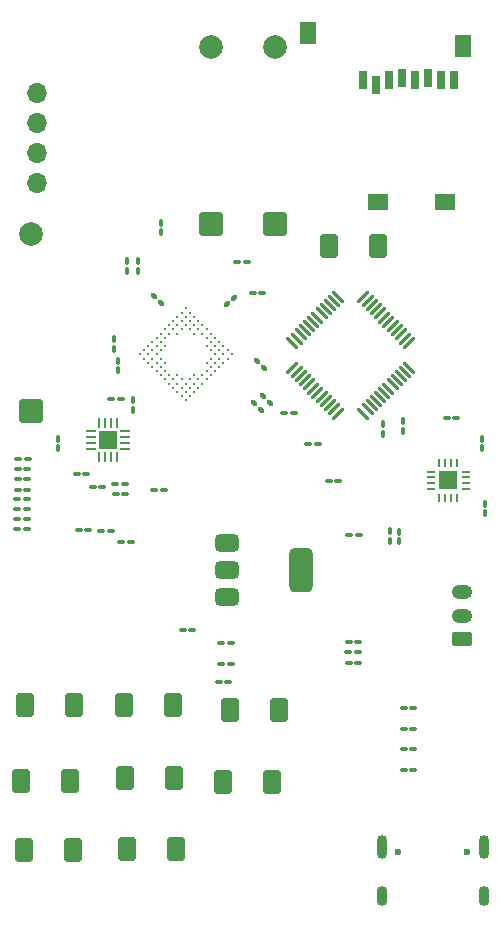
<source format=gbr>
%TF.GenerationSoftware,KiCad,Pcbnew,9.0.6*%
%TF.CreationDate,2025-12-07T23:37:29-06:00*%
%TF.ProjectId,Tony's MP3 Player,546f6e79-2773-4204-9d50-3320506c6179,rev?*%
%TF.SameCoordinates,Original*%
%TF.FileFunction,Soldermask,Top*%
%TF.FilePolarity,Negative*%
%FSLAX46Y46*%
G04 Gerber Fmt 4.6, Leading zero omitted, Abs format (unit mm)*
G04 Created by KiCad (PCBNEW 9.0.6) date 2025-12-07 23:37:29*
%MOMM*%
%LPD*%
G01*
G04 APERTURE LIST*
G04 Aperture macros list*
%AMRoundRect*
0 Rectangle with rounded corners*
0 $1 Rounding radius*
0 $2 $3 $4 $5 $6 $7 $8 $9 X,Y pos of 4 corners*
0 Add a 4 corners polygon primitive as box body*
4,1,4,$2,$3,$4,$5,$6,$7,$8,$9,$2,$3,0*
0 Add four circle primitives for the rounded corners*
1,1,$1+$1,$2,$3*
1,1,$1+$1,$4,$5*
1,1,$1+$1,$6,$7*
1,1,$1+$1,$8,$9*
0 Add four rect primitives between the rounded corners*
20,1,$1+$1,$2,$3,$4,$5,0*
20,1,$1+$1,$4,$5,$6,$7,0*
20,1,$1+$1,$6,$7,$8,$9,0*
20,1,$1+$1,$8,$9,$2,$3,0*%
%AMHorizOval*
0 Thick line with rounded ends*
0 $1 width*
0 $2 $3 position (X,Y) of the first rounded end (center of the circle)*
0 $4 $5 position (X,Y) of the second rounded end (center of the circle)*
0 Add line between two ends*
20,1,$1,$2,$3,$4,$5,0*
0 Add two circle primitives to create the rounded ends*
1,1,$1,$2,$3*
1,1,$1,$4,$5*%
G04 Aperture macros list end*
%ADD10RoundRect,0.100000X-0.217500X-0.100000X0.217500X-0.100000X0.217500X0.100000X-0.217500X0.100000X0*%
%ADD11RoundRect,0.100000X-0.224506X0.083085X0.083085X-0.224506X0.224506X-0.083085X-0.083085X0.224506X0*%
%ADD12RoundRect,0.375000X-0.625000X-0.375000X0.625000X-0.375000X0.625000X0.375000X-0.625000X0.375000X0*%
%ADD13RoundRect,0.500000X-0.500000X-1.400000X0.500000X-1.400000X0.500000X1.400000X-0.500000X1.400000X0*%
%ADD14RoundRect,0.062500X-0.375000X-0.062500X0.375000X-0.062500X0.375000X0.062500X-0.375000X0.062500X0*%
%ADD15RoundRect,0.062500X-0.062500X-0.375000X0.062500X-0.375000X0.062500X0.375000X-0.062500X0.375000X0*%
%ADD16R,1.600000X1.600000*%
%ADD17R,1.800000X1.400000*%
%ADD18R,1.400000X1.900000*%
%ADD19R,0.800000X1.500000*%
%ADD20HorizOval,0.270000X-0.434871X0.434871X0.434871X-0.434871X0*%
%ADD21HorizOval,0.270000X0.434871X0.434871X-0.434871X-0.434871X0*%
%ADD22R,0.280000X0.800000*%
%ADD23R,0.800000X0.280000*%
%ADD24C,0.280000*%
%ADD25RoundRect,0.287778X-0.489222X-0.714222X0.489222X-0.714222X0.489222X0.714222X-0.489222X0.714222X0*%
%ADD26RoundRect,0.100000X-0.083085X-0.224506X0.224506X0.083085X0.083085X0.224506X-0.224506X-0.083085X0*%
%ADD27RoundRect,0.100000X0.100000X-0.217500X0.100000X0.217500X-0.100000X0.217500X-0.100000X-0.217500X0*%
%ADD28RoundRect,0.100000X-0.100000X0.217500X-0.100000X-0.217500X0.100000X-0.217500X0.100000X0.217500X0*%
%ADD29RoundRect,0.100000X0.217500X0.100000X-0.217500X0.100000X-0.217500X-0.100000X0.217500X-0.100000X0*%
%ADD30O,1.701600X1.701600*%
%ADD31RoundRect,0.250000X0.625000X-0.350000X0.625000X0.350000X-0.625000X0.350000X-0.625000X-0.350000X0*%
%ADD32O,1.750000X1.200000*%
%ADD33C,0.600000*%
%ADD34O,0.900000X2.000000*%
%ADD35O,0.900000X1.700000*%
%ADD36RoundRect,0.250000X0.750000X-0.750000X0.750000X0.750000X-0.750000X0.750000X-0.750000X-0.750000X0*%
%ADD37C,2.000000*%
%ADD38RoundRect,0.100000X0.224506X-0.083085X-0.083085X0.224506X-0.224506X0.083085X0.083085X-0.224506X0*%
G04 APERTURE END LIST*
D10*
%TO.C,C33*%
X147190000Y-69310000D03*
X146375000Y-69310000D03*
%TD*%
D11*
%TO.C,R21*%
X139908146Y-72728146D03*
X139331854Y-72151854D03*
%TD*%
%TO.C,C20*%
X148380000Y-81830000D03*
X147803708Y-81253708D03*
%TD*%
D12*
%TO.C,U6*%
X145480000Y-93060000D03*
X145480000Y-95360000D03*
D13*
X151780000Y-95360000D03*
D12*
X145480000Y-97660000D03*
%TD*%
D14*
%TO.C,U5*%
X133992500Y-83590000D03*
X133992500Y-84090000D03*
X133992500Y-84590000D03*
X133992500Y-85090000D03*
D15*
X134680000Y-85777500D03*
X135180000Y-85777500D03*
X135680000Y-85777500D03*
X136180000Y-85777500D03*
D14*
X136867500Y-85090000D03*
X136867500Y-84590000D03*
X136867500Y-84090000D03*
X136867500Y-83590000D03*
D15*
X136180000Y-82902500D03*
X135680000Y-82902500D03*
X135180000Y-82902500D03*
X134680000Y-82902500D03*
D16*
X135430000Y-84340000D03*
%TD*%
D17*
%TO.C,U4*%
X158260000Y-64220000D03*
X163960000Y-64220000D03*
D18*
X165510000Y-51010000D03*
X152310000Y-49900000D03*
D19*
X157010000Y-53860000D03*
X158110000Y-54260000D03*
X159210000Y-53860000D03*
X160310000Y-53660000D03*
X161410000Y-53860000D03*
X162510000Y-53660000D03*
X163610000Y-53860000D03*
X164710000Y-53860000D03*
%TD*%
D20*
%TO.C,U3*%
X157040660Y-82119747D03*
X157394214Y-81766194D03*
X157747767Y-81412641D03*
X158101320Y-81059087D03*
X158454874Y-80705534D03*
X158808427Y-80351981D03*
X159161981Y-79998427D03*
X159515534Y-79644874D03*
X159869087Y-79291320D03*
X160222641Y-78937767D03*
X160576194Y-78584214D03*
X160929747Y-78230660D03*
D21*
X160929747Y-76109340D03*
X160576194Y-75755786D03*
X160222641Y-75402233D03*
X159869087Y-75048680D03*
X159515534Y-74695126D03*
X159161981Y-74341573D03*
X158808427Y-73988019D03*
X158454874Y-73634466D03*
X158101320Y-73280913D03*
X157747767Y-72927359D03*
X157394214Y-72573806D03*
X157040660Y-72220253D03*
D20*
X154919340Y-72220253D03*
X154565786Y-72573806D03*
X154212233Y-72927359D03*
X153858680Y-73280913D03*
X153505126Y-73634466D03*
X153151573Y-73988019D03*
X152798019Y-74341573D03*
X152444466Y-74695126D03*
X152090913Y-75048680D03*
X151737359Y-75402233D03*
X151383806Y-75755786D03*
X151030253Y-76109340D03*
D21*
X151030253Y-78230660D03*
X151383806Y-78584214D03*
X151737359Y-78937767D03*
X152090913Y-79291320D03*
X152444466Y-79644874D03*
X152798019Y-79998427D03*
X153151573Y-80351981D03*
X153505126Y-80705534D03*
X153858680Y-81059087D03*
X154212233Y-81412641D03*
X154565786Y-81766194D03*
X154919340Y-82119747D03*
%TD*%
D22*
%TO.C,U2*%
X164979000Y-86270000D03*
X164479000Y-86270000D03*
X163981000Y-86270000D03*
X163480500Y-86270000D03*
D23*
X162730000Y-87021000D03*
X162730000Y-87521000D03*
X162730000Y-88019000D03*
X162730000Y-88519500D03*
D22*
X163480500Y-89270000D03*
X163981000Y-89270000D03*
X164479000Y-89270000D03*
X164979000Y-89270000D03*
D23*
X165730000Y-88519500D03*
X165730000Y-88019000D03*
X165730000Y-87521000D03*
X165730000Y-87021000D03*
D16*
X164230000Y-87770000D03*
%TD*%
D24*
%TO.C,U1*%
X145184874Y-76395126D03*
X142002893Y-80991320D03*
X141649340Y-80637767D03*
X141295786Y-80284214D03*
X140942233Y-79930660D03*
X140588679Y-79577107D03*
X140235126Y-79223553D03*
X139881573Y-78870000D03*
X139528019Y-78516447D03*
X139174466Y-78162893D03*
X138820912Y-77809340D03*
X138467359Y-77455786D03*
X138113806Y-77102233D03*
X142356446Y-80637767D03*
X142002893Y-80284214D03*
X141649340Y-79930660D03*
X141295786Y-79577107D03*
X140942233Y-79223553D03*
X140588679Y-78870000D03*
X140235126Y-78516447D03*
X139881573Y-78162893D03*
X139528019Y-77809340D03*
X139174466Y-77455786D03*
X138820912Y-77102233D03*
X138467359Y-76748680D03*
X142710000Y-80284214D03*
X142356446Y-79930660D03*
X142002893Y-79577107D03*
X141649340Y-79223553D03*
X141295786Y-78870000D03*
X140235126Y-77809340D03*
X139881573Y-77455786D03*
X139528019Y-77102233D03*
X139174466Y-76748680D03*
X138820912Y-76395126D03*
X143063553Y-79930660D03*
X142710000Y-79577107D03*
X142356446Y-79223553D03*
X139881573Y-76748680D03*
X139528019Y-76395126D03*
X139174466Y-76041573D03*
X143417107Y-79577107D03*
X143063553Y-79223553D03*
X142710000Y-78870000D03*
X140235126Y-76395126D03*
X139881573Y-76041573D03*
X139528019Y-75688019D03*
X143770660Y-79223553D03*
X143417107Y-78870000D03*
X140235126Y-75688019D03*
X139881573Y-75334466D03*
X144124213Y-78870000D03*
X143770660Y-78516447D03*
X140588679Y-75334466D03*
X140235126Y-74980913D03*
X144477767Y-78516447D03*
X144124213Y-78162893D03*
X143770660Y-77809340D03*
X141295786Y-75334466D03*
X140942233Y-74980913D03*
X140588679Y-74627359D03*
X144831320Y-78162893D03*
X144477767Y-77809340D03*
X144124213Y-77455786D03*
X141649340Y-74980913D03*
X141295786Y-74627359D03*
X140942233Y-74273806D03*
X145184874Y-77809340D03*
X144831320Y-77455786D03*
X144477767Y-77102233D03*
X144124213Y-76748680D03*
X143770660Y-76395126D03*
X142710000Y-75334466D03*
X142356446Y-74980913D03*
X142002893Y-74627359D03*
X141649340Y-74273806D03*
X141295786Y-73920252D03*
X145538427Y-77455786D03*
X145184874Y-77102233D03*
X144831320Y-76748680D03*
X144477767Y-76395126D03*
X144124213Y-76041573D03*
X143770660Y-75688019D03*
X143417107Y-75334466D03*
X143063553Y-74980913D03*
X142710000Y-74627359D03*
X142356446Y-74273806D03*
X142002893Y-73920252D03*
X141649340Y-73566699D03*
X145891980Y-77102233D03*
X145538427Y-76748680D03*
X144831320Y-76041573D03*
X144477767Y-75688019D03*
X144124213Y-75334466D03*
X143770660Y-74980913D03*
X143417107Y-74627359D03*
X143063553Y-74273806D03*
X142710000Y-73920252D03*
X142356446Y-73566699D03*
X142002893Y-73213146D03*
%TD*%
D25*
%TO.C,S9*%
X158315000Y-67920000D03*
X154165000Y-67920000D03*
%TD*%
%TO.C,S8*%
X128060000Y-113230000D03*
X132210000Y-113230000D03*
%TD*%
%TO.C,S7*%
X137005000Y-118940000D03*
X141155000Y-118940000D03*
%TD*%
%TO.C,S6*%
X136785000Y-106810000D03*
X140935000Y-106810000D03*
%TD*%
%TO.C,S5*%
X136825000Y-112940000D03*
X140975000Y-112940000D03*
%TD*%
%TO.C,S4*%
X128330000Y-119080000D03*
X132480000Y-119080000D03*
%TD*%
%TO.C,S3*%
X128415000Y-106810000D03*
X132565000Y-106810000D03*
%TD*%
%TO.C,S2*%
X145115000Y-113310000D03*
X149265000Y-113310000D03*
%TD*%
%TO.C,S1*%
X145755000Y-107230000D03*
X149905000Y-107230000D03*
%TD*%
D26*
%TO.C,R20*%
X145517678Y-72872322D03*
X146093970Y-72296030D03*
%TD*%
D27*
%TO.C,R19*%
X160080000Y-92927500D03*
X160080000Y-92112500D03*
%TD*%
D10*
%TO.C,R18*%
X155860000Y-92400000D03*
X156675000Y-92400000D03*
%TD*%
D28*
%TO.C,R17*%
X167300000Y-89752500D03*
X167300000Y-90567500D03*
%TD*%
D10*
%TO.C,R16*%
X141755000Y-100440000D03*
X142570000Y-100440000D03*
%TD*%
%TO.C,R14*%
X160452500Y-112290000D03*
X161267500Y-112290000D03*
%TD*%
%TO.C,R13*%
X160452500Y-110540000D03*
X161267500Y-110540000D03*
%TD*%
%TO.C,R12*%
X160452500Y-108790000D03*
X161267500Y-108790000D03*
%TD*%
%TO.C,R11*%
X160452500Y-107040000D03*
X161267500Y-107040000D03*
%TD*%
D28*
%TO.C,R10*%
X131200000Y-84252500D03*
X131200000Y-85067500D03*
%TD*%
D29*
%TO.C,R9*%
X133750000Y-92010000D03*
X132935000Y-92010000D03*
%TD*%
%TO.C,R8*%
X135667500Y-92040000D03*
X134852500Y-92040000D03*
%TD*%
D27*
%TO.C,R7*%
X136240000Y-78450000D03*
X136240000Y-77635000D03*
%TD*%
D10*
%TO.C,R5*%
X135695000Y-80880000D03*
X136510000Y-80880000D03*
%TD*%
D27*
%TO.C,R1*%
X158660000Y-83827500D03*
X158660000Y-83012500D03*
%TD*%
D30*
%TO.C,OLED1*%
X129430050Y-62580000D03*
X129430050Y-60040000D03*
X129430050Y-57500000D03*
X129430050Y-54960000D03*
%TD*%
D31*
%TO.C,J4*%
X165420000Y-101240000D03*
D32*
X165420000Y-99240000D03*
X165420000Y-97240000D03*
%TD*%
D33*
%TO.C,J1*%
X165790000Y-119255000D03*
X160010000Y-119255000D03*
D34*
X167220000Y-118775000D03*
D35*
X167220000Y-122945000D03*
D34*
X158580000Y-118775000D03*
D35*
X158580000Y-122945000D03*
%TD*%
D10*
%TO.C,D1*%
X139342500Y-88610000D03*
X140157500Y-88610000D03*
%TD*%
D29*
%TO.C,C36*%
X148497500Y-71930000D03*
X147682500Y-71930000D03*
%TD*%
D28*
%TO.C,C35*%
X159270000Y-92082500D03*
X159270000Y-92897500D03*
%TD*%
%TO.C,C34*%
X135900000Y-75790000D03*
X135900000Y-76605000D03*
%TD*%
D29*
%TO.C,C32*%
X128525000Y-90200000D03*
X127710000Y-90200000D03*
%TD*%
D10*
%TO.C,C28*%
X132772500Y-87200000D03*
X133587500Y-87200000D03*
%TD*%
D27*
%TO.C,C27*%
X137570000Y-81787500D03*
X137570000Y-80972500D03*
%TD*%
D10*
%TO.C,C24*%
X127800000Y-85960000D03*
X128615000Y-85960000D03*
%TD*%
%TO.C,C23*%
X127760000Y-88550000D03*
X128575000Y-88550000D03*
%TD*%
%TO.C,C22*%
X155807883Y-103195000D03*
X156622883Y-103195000D03*
%TD*%
%TO.C,C21*%
X155807883Y-101445000D03*
X156622883Y-101445000D03*
%TD*%
%TO.C,C19*%
X144775000Y-104880000D03*
X145590000Y-104880000D03*
%TD*%
D27*
%TO.C,C18*%
X160430000Y-83550000D03*
X160430000Y-82735000D03*
%TD*%
%TO.C,C17*%
X167040000Y-85067500D03*
X167040000Y-84252500D03*
%TD*%
D36*
%TO.C,C16*%
X149565000Y-66070000D03*
D37*
X149565000Y-51070000D03*
%TD*%
D36*
%TO.C,C15*%
X144142500Y-66100000D03*
D37*
X144142500Y-51100000D03*
%TD*%
D10*
%TO.C,C14*%
X127770000Y-87640000D03*
X128585000Y-87640000D03*
%TD*%
%TO.C,C13*%
X127782500Y-86790000D03*
X128597500Y-86790000D03*
%TD*%
%TO.C,C12*%
X127750000Y-89370000D03*
X128565000Y-89370000D03*
%TD*%
%TO.C,C11*%
X127722500Y-91880000D03*
X128537500Y-91880000D03*
%TD*%
%TO.C,C10*%
X127735000Y-91050000D03*
X128550000Y-91050000D03*
%TD*%
%TO.C,C9*%
X145005000Y-103310000D03*
X145820000Y-103310000D03*
%TD*%
%TO.C,C8*%
X145005000Y-101560000D03*
X145820000Y-101560000D03*
%TD*%
D36*
%TO.C,C7*%
X128932500Y-81890000D03*
D37*
X128932500Y-66890000D03*
%TD*%
D11*
%TO.C,C6*%
X148550000Y-80660000D03*
X149126292Y-81236292D03*
%TD*%
D10*
%TO.C,C5*%
X152350000Y-84700000D03*
X153165000Y-84700000D03*
%TD*%
%TO.C,C4*%
X150350000Y-82090000D03*
X151165000Y-82090000D03*
%TD*%
%TO.C,C3*%
X164100000Y-82480000D03*
X164915000Y-82480000D03*
%TD*%
D29*
%TO.C,C2*%
X154925000Y-87780000D03*
X154110000Y-87780000D03*
%TD*%
D27*
%TO.C,C1*%
X139930000Y-66770000D03*
X139930000Y-65955000D03*
%TD*%
D10*
%TO.C,BLUE1*%
X134112500Y-88320000D03*
X134927500Y-88320000D03*
%TD*%
D38*
%TO.C,100K2*%
X148013708Y-77653708D03*
X148590000Y-78230000D03*
%TD*%
D10*
%TO.C,100k1*%
X136012500Y-88050000D03*
X136827500Y-88050000D03*
%TD*%
%TO.C,1M1*%
X155753500Y-102320117D03*
X156568500Y-102320117D03*
%TD*%
D27*
%TO.C,1.18k1*%
X137030000Y-70040000D03*
X137030000Y-69225000D03*
%TD*%
%TO.C,1.13k1*%
X137950000Y-70025000D03*
X137950000Y-69210000D03*
%TD*%
D10*
%TO.C,1.5k2*%
X136545000Y-92960000D03*
X137360000Y-92960000D03*
%TD*%
D29*
%TO.C,1.5k1*%
X136867500Y-88940000D03*
X136052500Y-88940000D03*
%TD*%
M02*

</source>
